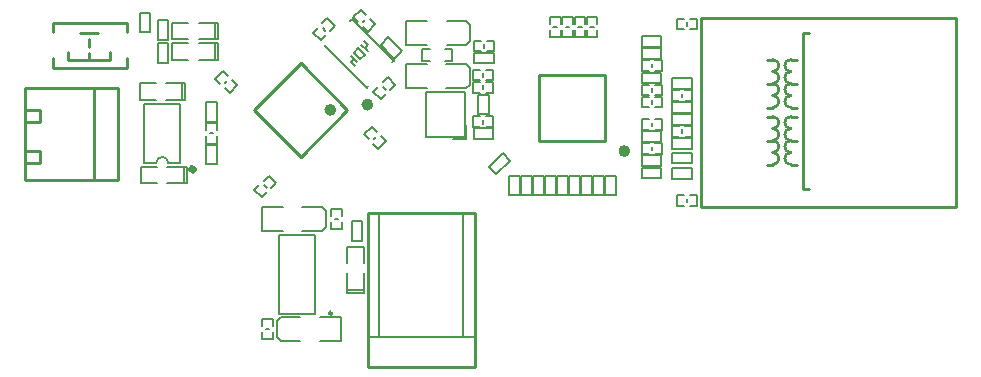
<source format=gto>
G04*
G04 #@! TF.GenerationSoftware,Altium Limited,Altium Designer,18.1.9 (240)*
G04*
G04 Layer_Color=65535*
%FSLAX25Y25*%
%MOIN*%
G70*
G01*
G75*
%ADD10C,0.01000*%
%ADD11C,0.01968*%
%ADD12C,0.02000*%
%ADD13C,0.00800*%
%ADD14C,0.00984*%
%ADD15C,0.00787*%
%ADD16C,0.00600*%
%ADD17C,0.00591*%
D10*
X537700Y221100D02*
G03*
X537700Y217100I0J-2000D01*
G01*
Y225100D02*
G03*
X537700Y221100I0J-2000D01*
G01*
Y233100D02*
G03*
X537700Y229100I0J-2000D01*
G01*
D02*
G03*
X537700Y225100I0J-2000D01*
G01*
X531700Y229100D02*
G03*
X531700Y233100I0J2000D01*
G01*
Y225100D02*
G03*
X531700Y229100I0J2000D01*
G01*
Y221100D02*
G03*
X531700Y225100I0J2000D01*
G01*
Y217100D02*
G03*
X531700Y221100I0J2000D01*
G01*
X537700Y202100D02*
G03*
X537700Y198100I0J-2000D01*
G01*
Y206100D02*
G03*
X537700Y202100I0J-2000D01*
G01*
Y214100D02*
G03*
X537700Y210100I0J-2000D01*
G01*
D02*
G03*
X537700Y206100I0J-2000D01*
G01*
X531700Y210100D02*
G03*
X531700Y214100I0J2000D01*
G01*
Y206100D02*
G03*
X531700Y210100I0J2000D01*
G01*
Y198100D02*
G03*
X531700Y202100I0J2000D01*
G01*
D02*
G03*
X531700Y206100I0J2000D01*
G01*
X537700Y217100D02*
X539700D01*
X537700Y225100D02*
X539700D01*
X537700Y233100D02*
X539700D01*
X529700D02*
X531700D01*
X529700Y217100D02*
X531700D01*
X529700Y225100D02*
X531700D01*
X537700Y198100D02*
X539700D01*
X537700Y206100D02*
X539700D01*
X537700Y214100D02*
X539700D01*
X529700D02*
X531700D01*
X529700Y206100D02*
X531700D01*
X529700Y198100D02*
X531700D01*
X541700Y242100D02*
X543700D01*
X541700Y190100D02*
Y242100D01*
Y190100D02*
X543700D01*
X507700Y247100D02*
X592901D01*
Y184100D02*
Y247100D01*
X507700Y184100D02*
X592901D01*
X507700D02*
Y247100D01*
X374300Y231856D02*
X389856Y216300D01*
X374300Y200744D02*
X389856Y216300D01*
X358744D02*
X374300Y200744D01*
X358744Y216300D02*
X374300Y231856D01*
X282400Y198632D02*
X287400D01*
Y202631D01*
X282400D02*
X287400D01*
X282400Y223611D02*
X313300D01*
Y193011D02*
Y223611D01*
X282400Y193011D02*
X313300D01*
X282400D02*
Y223611D01*
X305300Y193011D02*
Y223611D01*
X282400Y216411D02*
X287400D01*
Y212411D02*
Y216411D01*
X282400Y212411D02*
X287400D01*
X453700Y228100D02*
X475700D01*
X453700Y206100D02*
Y228100D01*
Y206100D02*
X475700D01*
Y228100D01*
X303797Y232783D02*
Y235383D01*
Y237183D02*
Y239783D01*
X300897Y241783D02*
X306797D01*
X310797Y232783D02*
Y235683D01*
X296797Y232783D02*
X310797D01*
X296797D02*
Y235683D01*
X291638Y230303D02*
X316441D01*
X291638Y245263D02*
X316441D01*
Y230303D02*
Y233583D01*
X291638Y230303D02*
Y233583D01*
X316441Y242383D02*
Y245263D01*
X291638Y242383D02*
Y245263D01*
X396884Y130772D02*
Y181891D01*
X396884Y130772D02*
X432316D01*
X432316D02*
Y181891D01*
X396884D02*
X432316D01*
D11*
X385184Y216300D02*
G03*
X385184Y216300I-984J0D01*
G01*
X338808Y196521D02*
G03*
X338808Y196521I-608J0D01*
G01*
D12*
X397558Y218068D02*
G03*
X397558Y218068I-984J0D01*
G01*
X483184Y202600D02*
G03*
X483184Y202600I-984J0D01*
G01*
D13*
X330200Y198679D02*
G03*
X328200Y200679I-2000J0D01*
G01*
X328200Y200679D02*
G03*
X326200Y198679I0J-2000D01*
G01*
X415800Y236700D02*
X417300D01*
X414800D02*
X415800D01*
X414800Y232700D02*
Y236700D01*
Y232700D02*
X417300D01*
X422300Y236700D02*
X424800D01*
Y232700D02*
Y236700D01*
X422300Y232700D02*
X424800D01*
X382485Y237596D02*
X396405Y223676D01*
X382485Y237596D02*
X382940Y238050D01*
X396405Y223676D02*
X396858Y224130D01*
X404859Y232131D02*
X405313Y232585D01*
X390939Y246049D02*
X391394Y246504D01*
X405313Y232585D01*
X335300Y191826D02*
X336300D01*
Y197426D01*
X335300D02*
X336300D01*
X329901Y191826D02*
X335201D01*
X335300D02*
Y197226D01*
X329901Y197426D02*
X335300D01*
X321100Y191826D02*
X326501D01*
X321100D02*
Y192026D01*
Y197426D01*
X321200D01*
X326501D01*
X330200Y198679D02*
X334200D01*
X322200D02*
X326200D01*
X331600Y238526D02*
X336900Y238526D01*
X331501Y238526D02*
X331600D01*
X331501Y233126D02*
X331501Y238526D01*
X331501Y233126D02*
X331501Y232926D01*
X336900D01*
X340300Y238526D02*
X345701Y238526D01*
Y232926D02*
Y238326D01*
X340300Y232926D02*
X345601Y232926D01*
X345701Y238526D02*
X346701Y238526D01*
Y232926D02*
Y238526D01*
X345701Y232926D02*
X346701Y232926D01*
X331600Y245426D02*
X336900D01*
X331501D02*
X331600D01*
X331501Y240026D02*
Y245426D01*
Y239826D02*
Y240026D01*
Y239826D02*
X336900Y239826D01*
X340300Y245426D02*
X345701D01*
Y239826D02*
Y245226D01*
X340300Y239826D02*
X345601Y239826D01*
X345701Y245426D02*
X346701D01*
X346701Y239826D02*
X346701Y245426D01*
X345701Y239826D02*
X346701D01*
X334900Y219647D02*
X335900D01*
Y225247D01*
X334900D02*
X335900D01*
X329501Y219647D02*
X334801D01*
X334900D02*
Y225047D01*
X329501Y225247D02*
X334900D01*
X320701Y219647D02*
X326100D01*
X320701D02*
Y219847D01*
Y225247D01*
X320800D01*
X326100D01*
X389926Y155400D02*
X389926Y156400D01*
X389926Y155400D02*
X395526D01*
Y156400D01*
X389926Y156500D02*
Y161800D01*
Y156400D02*
X395326D01*
X395526D02*
Y161800D01*
X389926Y165199D02*
Y170599D01*
X390126D01*
X395526D01*
Y170500D02*
Y170599D01*
Y165199D02*
Y170500D01*
D14*
X384813Y148508D02*
G03*
X384813Y148508I-492J0D01*
G01*
D15*
X429600Y237829D02*
X430900Y239129D01*
Y244529D01*
X423100Y237829D02*
X429600D01*
Y245829D02*
X430900Y244529D01*
X423100Y245829D02*
X429600D01*
X409600Y237829D02*
X416600D01*
X409600D02*
Y245829D01*
X416600D01*
X429407Y223453D02*
X430707Y224753D01*
Y230153D01*
X422907Y223453D02*
X429407D01*
Y231453D02*
X430707Y230153D01*
X422907Y231453D02*
X429407D01*
X409407Y223453D02*
X416407D01*
X409407D02*
Y231453D01*
X416407D01*
X429500Y206700D02*
Y211200D01*
X425000Y206700D02*
X429400D01*
X334200Y198679D02*
Y218364D01*
X322200Y198679D02*
Y218364D01*
X334200D01*
X367195Y174689D02*
X379006D01*
X367195Y148311D02*
X379006D01*
X367195D02*
Y174689D01*
X379006Y148311D02*
Y174689D01*
X400600Y140615D02*
Y181891D01*
X396884Y140615D02*
X432316D01*
X428600D02*
Y181891D01*
X366400Y145900D02*
X367700Y147200D01*
X366400Y145900D02*
X366400Y140500D01*
X367700Y147200D02*
X374200Y147200D01*
X366400Y140500D02*
X367700Y139200D01*
X374200Y139200D01*
X380700Y147200D02*
X387700Y147200D01*
X387700Y139200D02*
X387700Y147200D01*
X380700Y139200D02*
X387700D01*
X381400Y175900D02*
X382700Y177200D01*
X382700Y182600D02*
X382700Y177200D01*
X374900Y175900D02*
X381400D01*
X381400Y183900D02*
X382700Y182600D01*
X374900Y183900D02*
X381400Y183900D01*
X361400Y175900D02*
X368400Y175900D01*
X361400Y175900D02*
Y183900D01*
X368400Y183900D01*
D16*
X501596Y208600D02*
Y209800D01*
X498250Y207429D02*
Y210972D01*
X504942D02*
X504942Y210971D01*
Y207429D02*
Y210971D01*
X502596Y207429D02*
X504942D01*
X498250D02*
X500596D01*
X502596Y210971D02*
X504942D01*
X498250D02*
X500596D01*
X487954Y233276D02*
Y236819D01*
X494450Y233276D02*
Y236819D01*
X487954D02*
X494450D01*
X487954Y233276D02*
X494450D01*
X487954Y237276D02*
Y240819D01*
X494450Y237276D02*
Y240819D01*
X487954D02*
X494450D01*
X487954Y237276D02*
X494450D01*
X504746Y203428D02*
Y206971D01*
X498250Y203428D02*
Y206971D01*
Y203428D02*
X504746D01*
X498250Y206971D02*
X504746D01*
X498250Y223329D02*
Y226872D01*
X504746Y223329D02*
Y226872D01*
X498250D02*
X504746D01*
X498250Y223329D02*
X504746D01*
X503129Y185500D02*
Y186700D01*
X506475Y184328D02*
Y187872D01*
X499783Y184329D02*
X499783Y184328D01*
X499783Y184329D02*
Y187872D01*
X502129D01*
X504129D02*
X506475D01*
X499783Y184329D02*
X502129D01*
X504129D02*
X506475D01*
X503200Y244300D02*
Y245500D01*
X506546Y243128D02*
Y246671D01*
X499854Y243129D02*
X499855Y243128D01*
X499854Y243129D02*
Y246671D01*
X502200D01*
X504200D02*
X506546D01*
X499854Y243129D02*
X502200D01*
X504200D02*
X506546D01*
X491300Y222347D02*
Y223547D01*
X487954Y221176D02*
Y224719D01*
X494646D02*
X494646Y224719D01*
Y221176D02*
Y224719D01*
X492300Y221176D02*
X494646D01*
X487954D02*
X490300D01*
X492300Y224719D02*
X494646D01*
X487954D02*
X490300D01*
X381676Y243624D02*
X382524Y242776D01*
X378481Y242087D02*
X380986Y239581D01*
X383213Y246819D02*
X383214D01*
X385719Y244314D01*
X384060Y242655D02*
X385719Y244314D01*
X380986Y239581D02*
X382645Y241240D01*
X381555Y245160D02*
X383214Y246819D01*
X378481Y242087D02*
X380140Y243745D01*
X458600Y243929D02*
X459800D01*
X457428Y247275D02*
X460972D01*
X460971Y240582D02*
X460972Y240583D01*
X457428Y240582D02*
X460971D01*
X457428D02*
Y242929D01*
Y244929D02*
Y247275D01*
X460971Y240582D02*
Y242929D01*
Y244929D02*
Y247275D01*
X466800Y243929D02*
X468000D01*
X465628Y247275D02*
X469172D01*
X469171Y240582D02*
X469172Y240583D01*
X465628Y240582D02*
X469171D01*
X465628D02*
Y242929D01*
Y244929D02*
Y247275D01*
X469171Y240582D02*
Y242929D01*
Y244929D02*
Y247275D01*
X498250Y211428D02*
Y214972D01*
X504746Y211428D02*
Y214972D01*
X498250D02*
X504746D01*
X498250Y211428D02*
X504746D01*
X498250Y215429D02*
Y218972D01*
X504746Y215429D02*
Y218972D01*
X498250D02*
X504746D01*
X498250Y215429D02*
X504746D01*
X491300Y202800D02*
Y204000D01*
X487954Y201629D02*
Y205172D01*
X494646D02*
X494646Y205171D01*
Y201629D02*
Y205171D01*
X492300Y201629D02*
X494646D01*
X487954D02*
X490300D01*
X492300Y205171D02*
X494646D01*
X487954D02*
X490300D01*
X491300Y230447D02*
Y231647D01*
X494646Y229275D02*
Y232819D01*
X487954Y229276D02*
X487955Y229275D01*
X487954Y229276D02*
Y232819D01*
X490300D01*
X492300D02*
X494646D01*
X487954Y229276D02*
X490300D01*
X492300D02*
X494646D01*
X491300Y210811D02*
Y212011D01*
X494646Y209639D02*
Y213182D01*
X487954Y209640D02*
X487955Y209639D01*
X487954Y209640D02*
Y213182D01*
X490300D01*
X492300D02*
X494646D01*
X487954Y209640D02*
X490300D01*
X492300D02*
X494646D01*
X487954Y205629D02*
Y209172D01*
X494450Y205629D02*
Y209172D01*
X487954D02*
X494450D01*
X487954Y205629D02*
X494450D01*
X470900Y243929D02*
X472100D01*
X469728Y247275D02*
X473272D01*
X473271Y240582D02*
X473272Y240583D01*
X469728Y240582D02*
X473271D01*
X469728D02*
Y242929D01*
Y244929D02*
Y247275D01*
X473271Y240582D02*
Y242929D01*
Y244929D02*
Y247275D01*
X491300Y218347D02*
Y219547D01*
X494646Y217175D02*
Y220719D01*
X487954Y217176D02*
X487955Y217175D01*
X487954Y217176D02*
Y220719D01*
X490300D01*
X492300D02*
X494646D01*
X487954Y217176D02*
X490300D01*
X492300D02*
X494646D01*
X504646Y193428D02*
Y196971D01*
X498150Y193428D02*
Y196971D01*
Y193428D02*
X504646D01*
X498150Y196971D02*
X504646D01*
X504746Y198528D02*
Y202071D01*
X498250Y198528D02*
Y202071D01*
Y198528D02*
X504746D01*
X498250Y202071D02*
X504746D01*
X462700Y243929D02*
X463900D01*
X461528Y247275D02*
X465072D01*
X465071Y240582D02*
X465072Y240583D01*
X461528Y240582D02*
X465071D01*
X461528Y242929D02*
X461528Y240582D01*
X461528Y244929D02*
X461528Y247275D01*
X465071Y240582D02*
Y242929D01*
X465071Y247275D02*
X465071Y244929D01*
X435304Y236971D02*
Y238171D01*
X431958Y235800D02*
Y239343D01*
X438650D02*
X438650Y239343D01*
Y235800D02*
Y239343D01*
X436304Y235800D02*
X438650D01*
X431958D02*
X434304D01*
X436304Y239343D02*
X438650D01*
X431958D02*
X434304D01*
X435204Y227371D02*
Y228571D01*
X438550Y226199D02*
Y229743D01*
X431858Y226200D02*
X431859Y226199D01*
X431858Y226200D02*
Y229743D01*
X434204D01*
X436204D02*
X438550D01*
X431858Y226200D02*
X434204D01*
X436204D02*
X438550D01*
X438650Y231800D02*
Y235343D01*
X432154Y231800D02*
Y235343D01*
Y231800D02*
X438650D01*
X432154Y235343D02*
X438650D01*
X487954Y225176D02*
Y228719D01*
X494450Y225176D02*
Y228719D01*
X487954D02*
X494450D01*
X487954Y225176D02*
X494450D01*
X443857Y187925D02*
X447400D01*
X443857Y194421D02*
X447400D01*
X443857D02*
X443857Y187925D01*
X447400D02*
Y194421D01*
X487954Y197629D02*
Y201172D01*
X494450Y197629D02*
Y201172D01*
X487954D02*
X494450D01*
X487954Y197629D02*
X494450D01*
X437081Y197287D02*
X439586Y194781D01*
X441674Y201880D02*
X444180Y199375D01*
X437081Y197287D02*
X441674Y201880D01*
X439586Y194781D02*
X444180Y199375D01*
X487954Y193529D02*
Y197072D01*
X494450Y193529D02*
Y197072D01*
X487954D02*
X494450D01*
X487954Y193529D02*
X494450D01*
X432054Y206600D02*
Y210143D01*
X438550Y206600D02*
Y210143D01*
X432054D02*
X438550D01*
X432054Y206600D02*
X438550D01*
X435204Y223271D02*
Y224471D01*
X438550Y222099D02*
Y225643D01*
X431858Y222100D02*
X431859Y222099D01*
X431858Y222100D02*
Y225643D01*
X434204D01*
X436204D02*
X438550D01*
X431858Y222100D02*
X434204D01*
X436204D02*
X438550D01*
X433428Y214825D02*
X436972D01*
X433428Y221321D02*
X436972D01*
X433428Y214825D02*
Y221321D01*
X436972Y214825D02*
Y221321D01*
X435204Y211771D02*
Y212971D01*
X438550Y210599D02*
Y214143D01*
X431858Y210600D02*
X431859Y210599D01*
X431858Y210600D02*
Y214143D01*
X434204D01*
X436204D02*
X438550D01*
X431858Y210600D02*
X434204D01*
X436204D02*
X438550D01*
X475928Y187925D02*
X479472D01*
X475928Y194421D02*
X479472D01*
X475928Y187925D02*
Y194421D01*
X479472Y187925D02*
Y194421D01*
X471928Y187925D02*
X475472D01*
X471928Y194421D02*
X475472D01*
X471928Y187925D02*
Y194421D01*
X475472Y187925D02*
Y194421D01*
X467928Y187925D02*
X471472D01*
X467928Y194421D02*
X471472D01*
X467928Y187925D02*
Y194421D01*
X471472Y187925D02*
Y194421D01*
X463928Y187925D02*
X467472D01*
X463928Y194421D02*
X467472D01*
X463928Y187925D02*
Y194421D01*
X467472Y187925D02*
Y194421D01*
X459928Y187925D02*
X463472D01*
X459928Y194421D02*
X463472D01*
X459928Y187925D02*
Y194421D01*
X463472Y187925D02*
Y194421D01*
X455928Y187925D02*
X459472D01*
X455928Y194421D02*
X459472D01*
X455928Y187925D02*
Y194421D01*
X459472Y187925D02*
Y194421D01*
X451884Y187925D02*
X455427D01*
X451884Y194421D02*
X455427D01*
X451884Y187925D02*
Y194421D01*
X455427Y187925D02*
Y194421D01*
X447928Y187925D02*
X451472D01*
X447928Y194421D02*
X451472D01*
X447928Y187925D02*
X447928Y194421D01*
X451472Y187925D02*
Y194421D01*
X391072Y234383D02*
X393193Y232262D01*
X394607Y237919D02*
X396728Y235797D01*
X395668Y236858D02*
X396728Y237919D01*
X395668Y238979D02*
X396728Y237919D01*
X391072Y232262D02*
X392132Y233322D01*
X391072Y232262D02*
X392486Y230848D01*
X395314Y239333D02*
X395668Y238979D01*
X392132Y235444D02*
X394253Y233322D01*
X392132Y235444D02*
X393547Y236858D01*
X395668Y234737D01*
X394253Y233322D02*
X395668Y234737D01*
X400981Y238014D02*
X403487Y240519D01*
X405575Y233420D02*
X408080Y235926D01*
X403487Y240519D02*
X408080Y235926D01*
X400981Y238014D02*
X405575Y233420D01*
X395076Y245576D02*
X395924Y246424D01*
X396613Y242381D02*
X399119Y244886D01*
X391881Y247113D02*
Y247114D01*
X394386Y249619D01*
X396045Y247960D01*
X397460Y246545D02*
X399119Y244886D01*
X391881Y247114D02*
X393540Y245455D01*
X394955Y244040D02*
X396614Y242381D01*
X401776Y223924D02*
X402624Y223076D01*
X403314Y227119D02*
X405819Y224613D01*
X401086Y219881D02*
X401087D01*
X398581Y222386D02*
X401086Y219881D01*
X398581Y222386D02*
X400240Y224045D01*
X401655Y225460D02*
X403314Y227119D01*
X401086Y219881D02*
X402745Y221540D01*
X404160Y222955D02*
X405819Y224614D01*
X320729Y248746D02*
X324272D01*
X320729Y242250D02*
X324272D01*
X324272Y248746D01*
X320729Y242250D02*
Y248746D01*
X342828Y198151D02*
X346371D01*
X342828Y204647D02*
X346371D01*
X342828Y198151D02*
Y204647D01*
X346371Y198151D02*
Y204647D01*
X344000Y208450D02*
X345200D01*
X342828Y211796D02*
X346372D01*
X346371Y205104D02*
X346372Y205104D01*
X342828Y205104D02*
X346371D01*
X342828D02*
Y207450D01*
Y209450D02*
Y211796D01*
X346371Y205104D02*
Y207450D01*
Y209450D02*
Y211796D01*
X398676Y206576D02*
X399524Y207424D01*
X395481Y208114D02*
X397987Y210619D01*
X402719Y205887D02*
Y205887D01*
X400214Y203381D02*
X402719Y205887D01*
X398555Y205040D02*
X400214Y203381D01*
X395481Y208114D02*
X397140Y206455D01*
X401060Y207545D02*
X402719Y205887D01*
X397986Y210619D02*
X399645Y208960D01*
X362123Y191172D02*
X362971Y190323D01*
X363661Y194366D02*
X366166Y191861D01*
X361434Y187129D02*
X361435D01*
X358929Y189634D02*
X361434Y187129D01*
X358929Y189634D02*
X360588Y191293D01*
X362002Y192707D02*
X363661Y194366D01*
X361434Y187129D02*
X363093Y188788D01*
X364507Y190202D02*
X366166Y191861D01*
X349076Y225176D02*
X349924Y226024D01*
X350613Y221981D02*
X353119Y224486D01*
X345881Y226713D02*
Y226714D01*
X348386Y229219D01*
X350045Y227560D01*
X351460Y226145D02*
X353119Y224486D01*
X345881Y226714D02*
X347540Y225055D01*
X348955Y223640D02*
X350613Y221981D01*
X326628Y238475D02*
X330172D01*
X326628Y231979D02*
X330172D01*
X330172Y238475D02*
X330172Y231979D01*
X326628D02*
Y238475D01*
X326728Y239654D02*
X330271D01*
X326728Y246150D02*
X330271Y246150D01*
X326728Y246150D02*
X326728Y239654D01*
X330271D02*
X330271Y246150D01*
X342828Y218796D02*
X346372D01*
X342828Y212300D02*
X346372D01*
Y218796D01*
X342828Y212300D02*
Y218796D01*
X501596Y220500D02*
Y221700D01*
X498250Y219329D02*
Y222872D01*
X504942D02*
X504942Y222871D01*
Y219329D02*
Y222871D01*
X502596Y219329D02*
X504942D01*
X498250D02*
X500596D01*
X502596Y222871D02*
X504942D01*
X498250D02*
X500596D01*
X391328Y172654D02*
X394871D01*
X391328Y179150D02*
X394871D01*
X391328Y172654D02*
Y179150D01*
X394871Y172654D02*
Y179150D01*
X362700Y143300D02*
X363900D01*
X361528Y139954D02*
X365071D01*
X361528Y146645D02*
X361529Y146646D01*
X365071D01*
X365071Y144300D02*
X365071Y146646D01*
X365071Y139954D02*
X365071Y142300D01*
X361529Y146646D02*
X361529Y144300D01*
X361529Y139954D02*
Y142300D01*
X385700Y179900D02*
X386900D01*
X384528Y176554D02*
X388071D01*
X384528Y183246D02*
X384529Y183246D01*
X388071D01*
X388071Y180900D01*
X388071Y176554D02*
X388071Y178900D01*
X384529Y180900D02*
X384529Y183246D01*
X384529Y178900D02*
X384529Y176554D01*
D17*
X416100Y207200D02*
X429100D01*
Y222200D01*
X416100D02*
X429100D01*
X416100Y207200D02*
Y222200D01*
M02*

</source>
